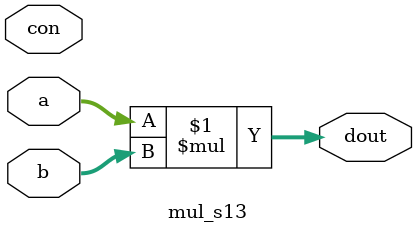
<source format=v>

module mul_s13 (
	a, b, dout, con
);
	input signed [12:0] a, b;
	output signed [25:0] dout;
	input con;

	// -> t« s13 x s13 = s26 rbgæZ
	assign dout = a * b;

endmodule

</source>
